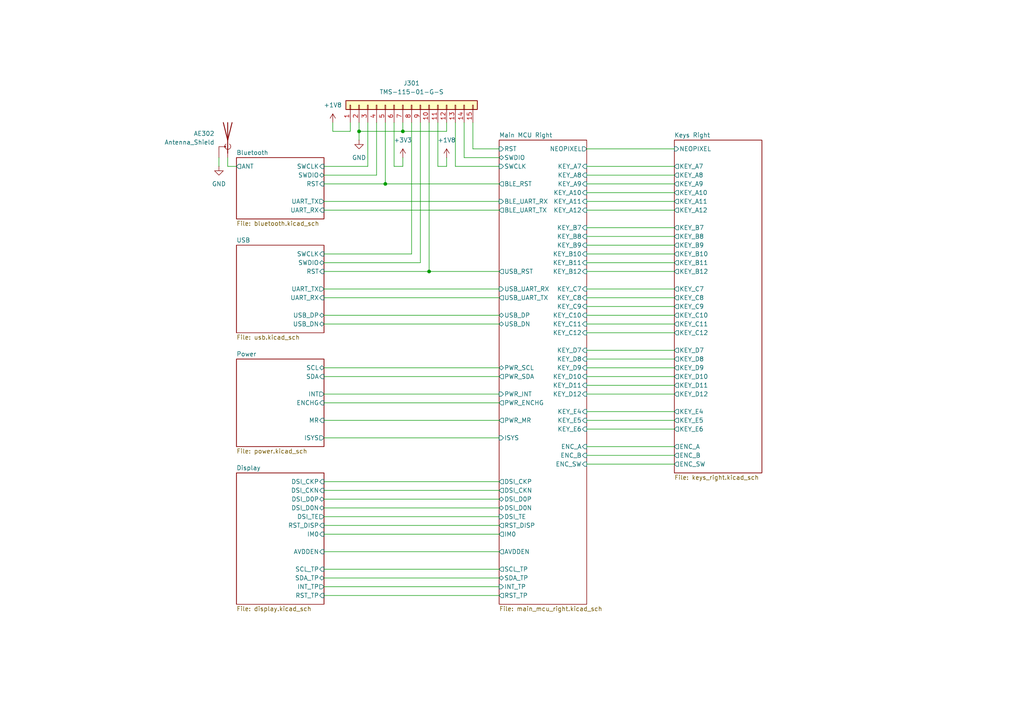
<source format=kicad_sch>
(kicad_sch (version 20231120) (generator "eeschema") (generator_version "8.0")
  (paper "A4")
  (lib_symbols
    (symbol "Connector_Generic:Conn_01x15" (pin_names (offset 1.016) hide)
      (property "Reference" "J" (at 0 20.32 0))
      (property "Value" "Conn_01x15" (at 0 -20.32 0))
      (symbol "Conn_01x15_1_1"
        (rectangle (start -1.27 -17.653) (end 0 -17.907) (stroke (width 0.1524)))
        (rectangle (start -1.27 -15.113) (end 0 -15.367) (stroke (width 0.1524)))
        (rectangle (start -1.27 -12.573) (end 0 -12.827) (stroke (width 0.1524)))
        (rectangle (start -1.27 -10.033) (end 0 -10.287) (stroke (width 0.1524)))
        (rectangle (start -1.27 -7.493) (end 0 -7.747) (stroke (width 0.1524)))
        (rectangle (start -1.27 -4.953) (end 0 -5.207) (stroke (width 0.1524)))
        (rectangle (start -1.27 -2.413) (end 0 -2.667) (stroke (width 0.1524)))
        (rectangle (start -1.27 0.127) (end 0 -0.127) (stroke (width 0.1524)))
        (rectangle (start -1.27 2.667) (end 0 2.413) (stroke (width 0.1524)))
        (rectangle (start -1.27 5.207) (end 0 4.953) (stroke (width 0.1524)))
        (rectangle (start -1.27 7.747) (end 0 7.493) (stroke (width 0.1524)))
        (rectangle (start -1.27 10.287) (end 0 10.033) (stroke (width 0.1524)))
        (rectangle (start -1.27 12.827) (end 0 12.573) (stroke (width 0.1524)))
        (rectangle (start -1.27 15.367) (end 0 15.113) (stroke (width 0.1524)))
        (rectangle (start -1.27 17.907) (end 0 17.653) (stroke (width 0.1524)))
        (rectangle (start -1.27 19.05) (end 1.27 -19.05) (stroke (width 0.254)) (fill (type background)))
        (pin passive line (at -5.08 17.78 0) (length 3.81) (name "Pin_1") (number "1"))
        (pin passive line (at -5.08 -5.08 0) (length 3.81) (name "Pin_10") (number "10"))
        (pin passive line (at -5.08 -7.62 0) (length 3.81) (name "Pin_11") (number "11"))
        (pin passive line (at -5.08 -10.16 0) (length 3.81) (name "Pin_12") (number "12"))
        (pin passive line (at -5.08 -12.7 0) (length 3.81) (name "Pin_13") (number "13"))
        (pin passive line (at -5.08 -15.24 0) (length 3.81) (name "Pin_14") (number "14"))
        (pin passive line (at -5.08 -17.78 0) (length 3.81) (name "Pin_15") (number "15"))
        (pin passive line (at -5.08 15.24 0) (length 3.81) (name "Pin_2") (number "2"))
        (pin passive line (at -5.08 12.7 0) (length 3.81) (name "Pin_3") (number "3"))
        (pin passive line (at -5.08 10.16 0) (length 3.81) (name "Pin_4") (number "4"))
        (pin passive line (at -5.08 7.62 0) (length 3.81) (name "Pin_5") (number "5"))
        (pin passive line (at -5.08 5.08 0) (length 3.81) (name "Pin_6") (number "6"))
        (pin passive line (at -5.08 2.54 0) (length 3.81) (name "Pin_7") (number "7"))
        (pin passive line (at -5.08 0 0) (length 3.81) (name "Pin_8") (number "8"))
        (pin passive line (at -5.08 -2.54 0) (length 3.81) (name "Pin_9") (number "9"))
      )
    )
    (symbol "Device:Antenna_Shield" (pin_numbers hide) (pin_names (offset 1.016) hide)
      (property "Reference" "AE" (at -1.905 4.445 0))
      (property "Value" "Antenna_Shield" (at -1.905 2.54 0))
      (symbol "Antenna_Shield_0_1"
        (arc (start -0.508 -1.143) (mid -0.8429 -2.1194) (end 0 -2.667))
        (arc (start 0 -2.667) (mid 0.7989 -2.1052) (end 0.508 -1.143))
        (polyline (pts (xy 0 -2.54) (xy 0 0)))
        (polyline (pts (xy 0 5.08) (xy 0 -3.81)) (stroke (width 0.254)))
        (polyline (pts (xy 0.762 -1.905) (xy 2.54 -1.905)))
        (polyline (pts (xy 2.54 -2.54) (xy 2.54 -1.905)))
        (polyline (pts (xy 1.27 5.08) (xy 0 0) (xy -1.27 5.08)) (stroke (width 0.254)))
        (circle (center 0.762 -1.905) (radius 0.1778) (fill (type outline)))
      )
      (symbol "Antenna_Shield_1_1"
        (pin input line (at 0 -5.08 90) (length 2.54) (name "A") (number "1"))
        (pin input line (at 2.54 -5.08 90) (length 2.54) (name "Shield") (number "2"))
      )
    )
    (symbol "power:+1V8" (power) (pin_numbers hide) (pin_names (offset 0) hide)
      (property "Value" "+1V8" (at 0 3.556 0))
      (symbol "+1V8_0_1"
        (polyline (pts (xy -0.762 1.27) (xy 0 2.54)))
        (polyline (pts (xy 0 0) (xy 0 2.54)))
        (polyline (pts (xy 0 2.54) (xy 0.762 1.27)))
      )
      (symbol "+1V8_1_1"
        (pin power_in line (at 0 0 90) (length 0) (name "~") (number "1"))
      )
    )
    (symbol "power:+3V3" (power) (pin_numbers hide) (pin_names (offset 0) hide)
      (property "Value" "+3V3" (at 0 3.556 0))
      (symbol "+3V3_0_1"
        (polyline (pts (xy -0.762 1.27) (xy 0 2.54)))
        (polyline (pts (xy 0 0) (xy 0 2.54)))
        (polyline (pts (xy 0 2.54) (xy 0.762 1.27)))
      )
      (symbol "+3V3_1_1"
        (pin power_in line (at 0 0 90) (length 0) (name "~") (number "1"))
      )
    )
    (symbol "power:GND" (power) (pin_numbers hide) (pin_names (offset 0) hide)
      (property "Value" "GND" (at 0 -3.81 0))
      (symbol "GND_0_1"
        (polyline (pts (xy 0 0) (xy 0 -1.27) (xy 1.27 -1.27) (xy 0 -2.54) (xy -1.27 -1.27) (xy 0 -1.27)))
      )
      (symbol "GND_1_1"
        (pin power_in line (at 0 0 270) (length 0) (name "~") (number "1"))
      )
    )
  )
  (junction (at 116.84 38.1))
  (junction (at 124.46 78.74))
  (junction (at 104.14 38.1))
  (junction (at 111.76 53.34))
  (wire (pts (xy 93.98 165.1) (xy 144.78 165.1)))
  (wire (pts (xy 93.98 160.02) (xy 144.78 160.02)))
  (wire (pts (xy 129.54 35.56) (xy 129.54 38.1)))
  (wire (pts (xy 127 48.26) (xy 127 35.56)))
  (wire (pts (xy 170.18 129.54) (xy 195.58 129.54)))
  (wire (pts (xy 170.18 60.96) (xy 195.58 60.96)))
  (wire (pts (xy 93.98 83.82) (xy 144.78 83.82)))
  (wire (pts (xy 93.98 78.74) (xy 124.46 78.74)))
  (wire (pts (xy 93.98 142.24) (xy 144.78 142.24)))
  (wire (pts (xy 116.84 38.1) (xy 116.84 35.56)))
  (wire (pts (xy 170.18 53.34) (xy 195.58 53.34)))
  (wire (pts (xy 93.98 106.68) (xy 144.78 106.68)))
  (wire (pts (xy 93.98 60.96) (xy 144.78 60.96)))
  (wire (pts (xy 170.18 76.2) (xy 195.58 76.2)))
  (wire (pts (xy 170.18 111.76) (xy 195.58 111.76)))
  (wire (pts (xy 111.76 53.34) (xy 111.76 35.56)))
  (wire (pts (xy 170.18 55.88) (xy 195.58 55.88)))
  (wire (pts (xy 170.18 114.3) (xy 195.58 114.3)))
  (wire (pts (xy 93.98 144.78) (xy 144.78 144.78)))
  (wire (pts (xy 121.92 76.2) (xy 121.92 35.56)))
  (wire (pts (xy 170.18 91.44) (xy 195.58 91.44)))
  (wire (pts (xy 93.98 172.72) (xy 144.78 172.72)))
  (wire (pts (xy 93.98 149.86) (xy 144.78 149.86)))
  (wire (pts (xy 170.18 119.38) (xy 195.58 119.38)))
  (wire (pts (xy 170.18 68.58) (xy 195.58 68.58)))
  (wire (pts (xy 93.98 147.32) (xy 144.78 147.32)))
  (wire (pts (xy 116.84 48.26) (xy 116.84 45.72)))
  (wire (pts (xy 170.18 78.74) (xy 195.58 78.74)))
  (wire (pts (xy 170.18 50.8) (xy 195.58 50.8)))
  (wire (pts (xy 170.18 71.12) (xy 195.58 71.12)))
  (wire (pts (xy 144.78 48.26) (xy 132.08 48.26)))
  (wire (pts (xy 93.98 50.8) (xy 109.22 50.8)))
  (wire (pts (xy 104.14 38.1) (xy 104.14 40.64)))
  (wire (pts (xy 96.52 38.1) (xy 96.52 35.56)))
  (wire (pts (xy 66.04 48.26) (xy 68.58 48.26)))
  (wire (pts (xy 170.18 96.52) (xy 195.58 96.52)))
  (wire (pts (xy 93.98 167.64) (xy 144.78 167.64)))
  (wire (pts (xy 104.14 38.1) (xy 116.84 38.1)))
  (wire (pts (xy 104.14 35.56) (xy 104.14 38.1)))
  (wire (pts (xy 93.98 116.84) (xy 144.78 116.84)))
  (wire (pts (xy 170.18 104.14) (xy 195.58 104.14)))
  (wire (pts (xy 124.46 78.74) (xy 124.46 35.56)))
  (wire (pts (xy 170.18 106.68) (xy 195.58 106.68)))
  (wire (pts (xy 93.98 170.18) (xy 144.78 170.18)))
  (wire (pts (xy 93.98 152.4) (xy 144.78 152.4)))
  (wire (pts (xy 109.22 50.8) (xy 109.22 35.56)))
  (wire (pts (xy 144.78 43.18) (xy 137.16 43.18)))
  (wire (pts (xy 93.98 53.34) (xy 111.76 53.34)))
  (wire (pts (xy 66.04 45.72) (xy 66.04 48.26)))
  (wire (pts (xy 93.98 91.44) (xy 144.78 91.44)))
  (wire (pts (xy 93.98 109.22) (xy 144.78 109.22)))
  (wire (pts (xy 124.46 78.74) (xy 144.78 78.74)))
  (wire (pts (xy 170.18 93.98) (xy 195.58 93.98)))
  (wire (pts (xy 170.18 58.42) (xy 195.58 58.42)))
  (wire (pts (xy 93.98 154.94) (xy 144.78 154.94)))
  (wire (pts (xy 170.18 88.9) (xy 195.58 88.9)))
  (wire (pts (xy 129.54 38.1) (xy 116.84 38.1)))
  (wire (pts (xy 137.16 43.18) (xy 137.16 35.56)))
  (wire (pts (xy 170.18 86.36) (xy 195.58 86.36)))
  (wire (pts (xy 93.98 139.7) (xy 144.78 139.7)))
  (wire (pts (xy 93.98 58.42) (xy 144.78 58.42)))
  (wire (pts (xy 170.18 48.26) (xy 195.58 48.26)))
  (wire (pts (xy 144.78 45.72) (xy 134.62 45.72)))
  (wire (pts (xy 93.98 93.98) (xy 144.78 93.98)))
  (wire (pts (xy 93.98 76.2) (xy 121.92 76.2)))
  (wire (pts (xy 170.18 43.18) (xy 195.58 43.18)))
  (wire (pts (xy 93.98 127) (xy 144.78 127)))
  (wire (pts (xy 93.98 121.92) (xy 144.78 121.92)))
  (wire (pts (xy 170.18 73.66) (xy 195.58 73.66)))
  (wire (pts (xy 106.68 48.26) (xy 106.68 35.56)))
  (wire (pts (xy 132.08 48.26) (xy 132.08 35.56)))
  (wire (pts (xy 170.18 101.6) (xy 195.58 101.6)))
  (wire (pts (xy 170.18 109.22) (xy 195.58 109.22)))
  (wire (pts (xy 170.18 124.46) (xy 195.58 124.46)))
  (wire (pts (xy 129.54 48.26) (xy 127 48.26)))
  (wire (pts (xy 93.98 114.3) (xy 144.78 114.3)))
  (wire (pts (xy 93.98 73.66) (xy 119.38 73.66)))
  (wire (pts (xy 114.3 48.26) (xy 116.84 48.26)))
  (wire (pts (xy 111.76 53.34) (xy 144.78 53.34)))
  (wire (pts (xy 170.18 66.04) (xy 195.58 66.04)))
  (wire (pts (xy 96.52 38.1) (xy 101.6 38.1)))
  (wire (pts (xy 170.18 83.82) (xy 195.58 83.82)))
  (wire (pts (xy 93.98 86.36) (xy 144.78 86.36)))
  (wire (pts (xy 114.3 48.26) (xy 114.3 35.56)))
  (wire (pts (xy 101.6 38.1) (xy 101.6 35.56)))
  (wire (pts (xy 170.18 121.92) (xy 195.58 121.92)))
  (wire (pts (xy 170.18 132.08) (xy 195.58 132.08)))
  (wire (pts (xy 119.38 73.66) (xy 119.38 35.56)))
  (wire (pts (xy 134.62 45.72) (xy 134.62 35.56)))
  (wire (pts (xy 129.54 48.26) (xy 129.54 45.72)))
  (wire (pts (xy 63.5 45.72) (xy 63.5 48.26)))
  (wire (pts (xy 93.98 48.26) (xy 106.68 48.26)))
  (wire (pts (xy 170.18 134.62) (xy 195.58 134.62)))
  (symbol (lib_id "Connector_Generic:Conn_01x15") (at 119.38 30.48 90) (unit 1)
    (property "Reference" "J301" (at 119.38 24.13 90))
    (property "Value" "TMS-115-01-G-S" (at 119.38 26.67 90))
    (property "Footprint" "keyboard_parts:debug_header" (effects (hide yes)))
    (property "Description" "Generic connector, single row, 01x15, script generated (kicad-library-utils/schlib/autogen/connector/)" (effects (hide yes)))
  )
  (symbol (lib_id "Device:Antenna_Shield") (at 66.04 40.64 0) (mirror y) (unit 1)
    (property "Reference" "AE302" (at 62.23 38.7349 0) (effects (justify left)))
    (property "Value" "Antenna_Shield" (at 62.23 41.2749 0) (effects (justify left)))
    (property "Footprint" "RF_Antenna:Texas_SWRA117D_2.4GHz_Right" (effects (hide yes)))
    (property "Description" "Antenna with extra pin for shielding" (effects (hide yes)))
  )
  (symbol (lib_id "power:+3V3") (at 116.84 45.72 0) (unit 1)
    (property "Reference" "#PWR0304" (effects (hide yes)))
    (property "Value" "+3V3" (at 116.84 40.64 0))
    (property "Description" "Power symbol creates a global label with name \"+3V3\"" (effects (hide yes)))
  )
  (symbol (lib_id "power:GND") (at 104.14 40.64 0) (unit 1)
    (property "Reference" "#PWR0301" (effects (hide yes)))
    (property "Value" "GND" (at 104.14 45.72 0))
    (property "Description" "Power symbol creates a global label with name \"GND\" , ground" (effects (hide yes)))
  )
  (symbol (lib_id "power:+1V8") (at 129.54 45.72 0) (unit 1)
    (property "Reference" "#PWR0303" (effects (hide yes)))
    (property "Value" "+1V8" (at 129.54 40.64 0))
    (property "Description" "Power symbol creates a global label with name \"+1V8\"" (effects (hide yes)))
  )
  (symbol (lib_id "power:+1V8") (at 96.52 35.56 0) (unit 1)
    (property "Reference" "#PWR0302" (effects (hide yes)))
    (property "Value" "+1V8" (at 96.52 30.48 0))
    (property "Description" "Power symbol creates a global label with name \"+1V8\"" (effects (hide yes)))
  )
  (symbol (lib_id "power:GND") (at 63.5 48.26 0) (unit 1)
    (property "Reference" "#PWR0305" (effects (hide yes)))
    (property "Value" "GND" (at 63.5 53.34 0))
    (property "Description" "Power symbol creates a global label with name \"GND\" , ground" (effects (hide yes)))
  )
  (sheet (at 68.58 71.12) (size 25.4 25.4) (stroke (width 0.1524))
    (property "Sheetname" "USB" (at 68.58 70.4084 0) (effects (justify left bottom)))
    (property "Sheetfile" "usb.kicad_sch" (at 68.58 97.1046 0) (effects (justify left top)))
    (pin "SWCLK" input (at 93.98 73.66 0))
    (pin "SWDIO" bidirectional (at 93.98 76.2 0))
    (pin "UART_TX" output (at 93.98 83.82 0))
    (pin "UART_RX" input (at 93.98 86.36 0))
    (pin "RST" input (at 93.98 78.74 0))
    (pin "USB_DP" bidirectional (at 93.98 91.44 0))
    (pin "USB_DN" bidirectional (at 93.98 93.98 0))
  )
  (sheet (at 195.58 40.64) (size 25.4 96.52) (stroke (width 0.1524))
    (property "Sheetname" "Keys Right" (at 195.58 39.9284 0) (effects (justify left bottom)))
    (property "Sheetfile" "keys_right.kicad_sch" (at 195.58 137.7446 0) (effects (justify left top)))
    (pin "KEY_B7" output (at 195.58 66.04 180))
    (pin "KEY_C7" output (at 195.58 83.82 180))
    (pin "KEY_D7" output (at 195.58 101.6 180))
    (pin "KEY_E6" output (at 195.58 124.46 180))
    (pin "KEY_B8" output (at 195.58 68.58 180))
    (pin "KEY_A8" output (at 195.58 50.8 180))
    (pin "KEY_C8" output (at 195.58 86.36 180))
    (pin "KEY_D8" output (at 195.58 104.14 180))
    (pin "KEY_E5" output (at 195.58 121.92 180))
    (pin "KEY_A7" output (at 195.58 48.26 180))
    (pin "ENC_SW" output (at 195.58 134.62 180))
    (pin "KEY_E4" output (at 195.58 119.38 180))
    (pin "ENC_A" output (at 195.58 129.54 180))
    (pin "ENC_B" output (at 195.58 132.08 180))
    (pin "KEY_A9" output (at 195.58 53.34 180))
    (pin "KEY_B9" output (at 195.58 71.12 180))
    (pin "KEY_C9" output (at 195.58 88.9 180))
    (pin "KEY_D9" output (at 195.58 106.68 180))
    (pin "KEY_B11" output (at 195.58 76.2 180))
    (pin "KEY_A11" output (at 195.58 58.42 180))
    (pin "KEY_A12" output (at 195.58 60.96 180))
    (pin "KEY_B12" output (at 195.58 78.74 180))
    (pin "KEY_C11" output (at 195.58 93.98 180))
    (pin "KEY_D11" output (at 195.58 111.76 180))
    (pin "KEY_D12" output (at 195.58 114.3 180))
    (pin "KEY_C12" output (at 195.58 96.52 180))
    (pin "KEY_A10" output (at 195.58 55.88 180))
    (pin "KEY_B10" output (at 195.58 73.66 180))
    (pin "KEY_C10" output (at 195.58 91.44 180))
    (pin "KEY_D10" output (at 195.58 109.22 180))
    (pin "NEOPIXEL" input (at 195.58 43.18 180))
  )
  (sheet (at 68.58 137.16) (size 25.4 38.1) (stroke (width 0.1524))
    (property "Sheetname" "Display" (at 68.58 136.4484 0) (effects (justify left bottom)))
    (property "Sheetfile" "display.kicad_sch" (at 68.58 175.8446 0) (effects (justify left top)))
    (pin "AVDDEN" input (at 93.98 160.02 0))
    (pin "DSI_CKN" input (at 93.98 142.24 0))
    (pin "DSI_CKP" input (at 93.98 139.7 0))
    (pin "DSI_D0N" bidirectional (at 93.98 147.32 0))
    (pin "DSI_D0P" bidirectional (at 93.98 144.78 0))
    (pin "DSI_TE" output (at 93.98 149.86 0))
    (pin "IM0" input (at 93.98 154.94 0))
    (pin "INT_TP" output (at 93.98 170.18 0))
    (pin "SDA_TP" bidirectional (at 93.98 167.64 0))
    (pin "RST_DISP" input (at 93.98 152.4 0))
    (pin "RST_TP" input (at 93.98 172.72 0))
    (pin "SCL_TP" input (at 93.98 165.1 0))
  )
  (sheet (at 68.58 104.14) (size 25.4 25.4) (stroke (width 0.1524))
    (property "Sheetname" "Power" (at 68.58 103.4284 0) (effects (justify left bottom)))
    (property "Sheetfile" "power.kicad_sch" (at 68.58 130.1246 0) (effects (justify left top)))
    (pin "ISYS" output (at 93.98 127 0))
    (pin "SCL" bidirectional (at 93.98 106.68 0))
    (pin "INT" output (at 93.98 114.3 0))
    (pin "SDA" input (at 93.98 109.22 0))
    (pin "ENCHG" input (at 93.98 116.84 0))
    (pin "MR" input (at 93.98 121.92 0))
  )
  (sheet (at 68.58 45.72) (size 25.4 17.78) (stroke (width 0.1524))
    (property "Sheetname" "Bluetooth" (at 68.58 45.0084 0) (effects (justify left bottom)))
    (property "Sheetfile" "bluetooth.kicad_sch" (at 68.58 64.0846 0) (effects (justify left top)))
    (pin "SWDIO" bidirectional (at 93.98 50.8 0))
    (pin "SWCLK" input (at 93.98 48.26 0))
    (pin "RST" input (at 93.98 53.34 0))
    (pin "UART_TX" output (at 93.98 58.42 0))
    (pin "UART_RX" input (at 93.98 60.96 0))
    (pin "ANT" output (at 68.58 48.26 180))
  )
  (sheet (at 144.78 40.64) (size 25.4 134.62) (stroke (width 0.1524))
    (property "Sheetname" "Main MCU Right" (at 144.78 39.9284 0) (effects (justify left bottom)))
    (property "Sheetfile" "main_mcu_right.kicad_sch" (at 144.78 175.8446 0) (effects (justify left top)))
    (pin "KEY_E6" input (at 170.18 124.46 0))
    (pin "KEY_E4" input (at 170.18 119.38 0))
    (pin "KEY_D12" input (at 170.18 114.3 0))
    (pin "KEY_E5" input (at 170.18 121.92 0))
    (pin "KEY_A10" input (at 170.18 55.88 0))
    (pin "KEY_A9" input (at 170.18 53.34 0))
    (pin "KEY_A7" input (at 170.18 48.26 0))
    (pin "KEY_A8" input (at 170.18 50.8 0))
    (pin "KEY_A11" input (at 170.18 58.42 0))
    (pin "KEY_A12" input (at 170.18 60.96 0))
    (pin "KEY_B10" input (at 170.18 73.66 0))
    (pin "KEY_B9" input (at 170.18 71.12 0))
    (pin "KEY_B7" input (at 170.18 66.04 0))
    (pin "KEY_B8" input (at 170.18 68.58 0))
    (pin "KEY_B11" input (at 170.18 76.2 0))
    (pin "KEY_B12" input (at 170.18 78.74 0))
    (pin "KEY_C10" input (at 170.18 91.44 0))
    (pin "KEY_C7" input (at 170.18 83.82 0))
    (pin "KEY_C8" input (at 170.18 86.36 0))
    (pin "KEY_C9" input (at 170.18 88.9 0))
    (pin "KEY_C11" input (at 170.18 93.98 0))
    (pin "KEY_C12" input (at 170.18 96.52 0))
    (pin "KEY_D8" input (at 170.18 104.14 0))
    (pin "KEY_D9" input (at 170.18 106.68 0))
    (pin "KEY_D7" input (at 170.18 101.6 0))
    (pin "KEY_D11" input (at 170.18 111.76 0))
    (pin "KEY_D10" input (at 170.18 109.22 0))
    (pin "ENC_A" input (at 170.18 129.54 0))
    (pin "ENC_B" input (at 170.18 132.08 0))
    (pin "ENC_SW" input (at 170.18 134.62 0))
    (pin "NEOPIXEL" output (at 170.18 43.18 0))
    (pin "SWCLK" input (at 144.78 48.26 180))
    (pin "SWDIO" bidirectional (at 144.78 45.72 180))
    (pin "RST" input (at 144.78 43.18 180))
    (pin "DSI_CKN" output (at 144.78 142.24 180))
    (pin "DSI_CKP" output (at 144.78 139.7 180))
    (pin "DSI_D0N" bidirectional (at 144.78 147.32 180))
    (pin "DSI_D0P" bidirectional (at 144.78 144.78 180))
    (pin "USB_DP" bidirectional (at 144.78 91.44 180))
    (pin "DSI_TE" input (at 144.78 149.86 180))
    (pin "USB_DN" bidirectional (at 144.78 93.98 180))
    (pin "USB_UART_RX" input (at 144.78 83.82 180))
    (pin "USB_UART_TX" output (at 144.78 86.36 180))
    (pin "BLE_UART_RX" input (at 144.78 58.42 180))
    (pin "BLE_UART_TX" output (at 144.78 60.96 180))
    (pin "BLE_RST" output (at 144.78 53.34 180))
    (pin "USB_RST" output (at 144.78 78.74 180))
    (pin "RST_DISP" output (at 144.78 152.4 180))
    (pin "SCL_TP" output (at 144.78 165.1 180))
    (pin "RST_TP" output (at 144.78 172.72 180))
    (pin "INT_TP" input (at 144.78 170.18 180))
    (pin "SDA_TP" bidirectional (at 144.78 167.64 180))
    (pin "IM0" output (at 144.78 154.94 180))
    (pin "AVDDEN" output (at 144.78 160.02 180))
    (pin "ISYS" input (at 144.78 127 180))
    (pin "PWR_ENCHG" output (at 144.78 116.84 180))
    (pin "PWR_MR" output (at 144.78 121.92 180))
    (pin "PWR_INT" input (at 144.78 114.3 180))
    (pin "PWR_SCL" bidirectional (at 144.78 106.68 180))
    (pin "PWR_SDA" output (at 144.78 109.22 180))
  )
)
</source>
